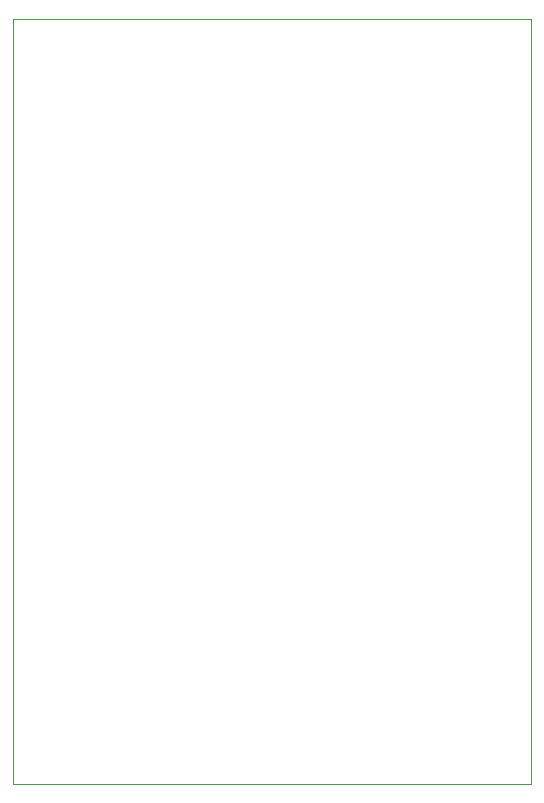
<source format=gbr>
%TF.GenerationSoftware,KiCad,Pcbnew,8.0.7*%
%TF.CreationDate,2025-07-07T17:53:00+05:30*%
%TF.ProjectId,SRF_V1,5352465f-5631-42e6-9b69-6361645f7063,rev?*%
%TF.SameCoordinates,Original*%
%TF.FileFunction,Profile,NP*%
%FSLAX46Y46*%
G04 Gerber Fmt 4.6, Leading zero omitted, Abs format (unit mm)*
G04 Created by KiCad (PCBNEW 8.0.7) date 2025-07-07 17:53:00*
%MOMM*%
%LPD*%
G01*
G04 APERTURE LIST*
%TA.AperFunction,Profile*%
%ADD10C,0.050000*%
%TD*%
G04 APERTURE END LIST*
D10*
X59000000Y-68800000D02*
X102800000Y-68800000D01*
X102800000Y-133500000D01*
X59000000Y-133500000D01*
X59000000Y-68800000D01*
M02*

</source>
